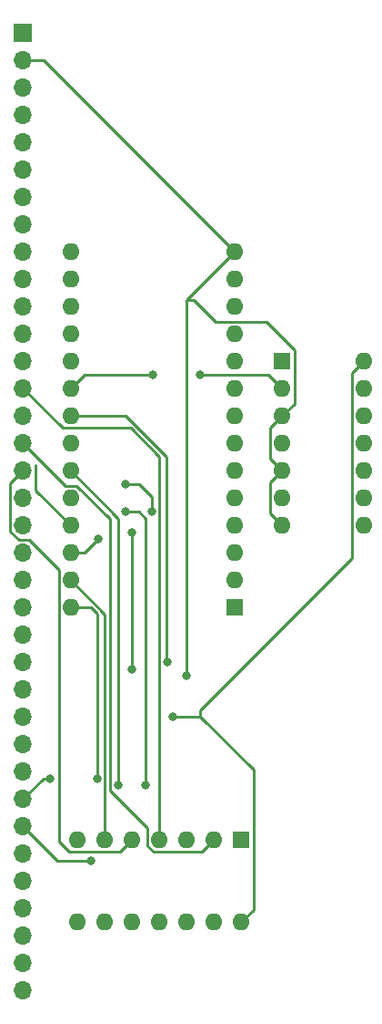
<source format=gbr>
%TF.GenerationSoftware,KiCad,Pcbnew,5.1.6-c6e7f7d~86~ubuntu18.04.1*%
%TF.CreationDate,2020-06-26T23:18:16+01:00*%
%TF.ProjectId,32KRAM_Higher_Rev1,33324b52-414d-45f4-9869-676865725f52,rev?*%
%TF.SameCoordinates,Original*%
%TF.FileFunction,Copper,L2,Bot*%
%TF.FilePolarity,Positive*%
%FSLAX46Y46*%
G04 Gerber Fmt 4.6, Leading zero omitted, Abs format (unit mm)*
G04 Created by KiCad (PCBNEW 5.1.6-c6e7f7d~86~ubuntu18.04.1) date 2020-06-26 23:18:16*
%MOMM*%
%LPD*%
G01*
G04 APERTURE LIST*
%TA.AperFunction,ComponentPad*%
%ADD10O,1.700000X1.700000*%
%TD*%
%TA.AperFunction,ComponentPad*%
%ADD11R,1.700000X1.700000*%
%TD*%
%TA.AperFunction,ComponentPad*%
%ADD12O,1.600000X1.600000*%
%TD*%
%TA.AperFunction,ComponentPad*%
%ADD13R,1.600000X1.600000*%
%TD*%
%TA.AperFunction,ViaPad*%
%ADD14C,0.800000*%
%TD*%
%TA.AperFunction,Conductor*%
%ADD15C,0.250000*%
%TD*%
G04 APERTURE END LIST*
D10*
%TO.P,J1,36*%
%TO.N,Net-(J1-Pad35)*%
X59055000Y-160655000D03*
%TO.P,J1,35*%
X59055000Y-158115000D03*
%TO.P,J1,34*%
%TO.N,A15*%
X59055000Y-155575000D03*
%TO.P,J1,33*%
%TO.N,Net-(J1-Pad33)*%
X59055000Y-153035000D03*
%TO.P,J1,32*%
%TO.N,Net-(J1-Pad32)*%
X59055000Y-150495000D03*
%TO.P,J1,31*%
%TO.N,Net-(J1-Pad31)*%
X59055000Y-147955000D03*
%TO.P,J1,30*%
%TO.N,Net-(J1-Pad30)*%
X59055000Y-145415000D03*
%TO.P,J1,29*%
%TO.N,Net-(J1-Pad29)*%
X59055000Y-142875000D03*
%TO.P,J1,28*%
%TO.N,Net-(J1-Pad28)*%
X59055000Y-140335000D03*
%TO.P,J1,27*%
%TO.N,Net-(J1-Pad27)*%
X59055000Y-137795000D03*
%TO.P,J1,26*%
%TO.N,Net-(J1-Pad26)*%
X59055000Y-135255000D03*
%TO.P,J1,25*%
%TO.N,Net-(J1-Pad25)*%
X59055000Y-132715000D03*
%TO.P,J1,24*%
%TO.N,Net-(J1-Pad24)*%
X59055000Y-130175000D03*
%TO.P,J1,23*%
%TO.N,Net-(J1-Pad23)*%
X59055000Y-127635000D03*
%TO.P,J1,22*%
%TO.N,Net-(J1-Pad22)*%
X59055000Y-125095000D03*
%TO.P,J1,21*%
%TO.N,Net-(J1-Pad21)*%
X59055000Y-122555000D03*
%TO.P,J1,20*%
%TO.N,Net-(J1-Pad20)*%
X59055000Y-120015000D03*
%TO.P,J1,19*%
%TO.N,Net-(J1-Pad19)*%
X59055000Y-117475000D03*
%TO.P,J1,18*%
%TO.N,Net-(J1-Pad18)*%
X59055000Y-114935000D03*
%TO.P,J1,17*%
%TO.N,WR*%
X59055000Y-112395000D03*
%TO.P,J1,16*%
%TO.N,RD*%
X59055000Y-109855000D03*
%TO.P,J1,15*%
%TO.N,Net-(J1-Pad15)*%
X59055000Y-107315000D03*
%TO.P,J1,14*%
%TO.N,MREQ*%
X59055000Y-104775000D03*
%TO.P,J1,13*%
%TO.N,Net-(J1-Pad13)*%
X59055000Y-102235000D03*
%TO.P,J1,12*%
%TO.N,Net-(J1-Pad12)*%
X59055000Y-99695000D03*
%TO.P,J1,11*%
%TO.N,Net-(J1-Pad11)*%
X59055000Y-97155000D03*
%TO.P,J1,10*%
%TO.N,Net-(J1-Pad10)*%
X59055000Y-94615000D03*
%TO.P,J1,9*%
%TO.N,Net-(J1-Pad9)*%
X59055000Y-92075000D03*
%TO.P,J1,8*%
%TO.N,Net-(J1-Pad8)*%
X59055000Y-89535000D03*
%TO.P,J1,7*%
%TO.N,Net-(J1-Pad7)*%
X59055000Y-86995000D03*
%TO.P,J1,6*%
%TO.N,Net-(J1-Pad6)*%
X59055000Y-84455000D03*
%TO.P,J1,5*%
%TO.N,Net-(J1-Pad5)*%
X59055000Y-81915000D03*
%TO.P,J1,4*%
%TO.N,Net-(J1-Pad4)*%
X59055000Y-79375000D03*
%TO.P,J1,3*%
%TO.N,Net-(J1-Pad3)*%
X59055000Y-76835000D03*
%TO.P,J1,2*%
%TO.N,GND*%
X59055000Y-74295000D03*
D11*
%TO.P,J1,1*%
%TO.N,+5V*%
X59055000Y-71755000D03*
%TD*%
D12*
%TO.P,U3,14*%
%TO.N,+5V*%
X90805000Y-102235000D03*
%TO.P,U3,7*%
%TO.N,GND*%
X83185000Y-117475000D03*
%TO.P,U3,13*%
X90805000Y-104775000D03*
%TO.P,U3,6*%
%TO.N,Net-(U3-Pad6)*%
X83185000Y-114935000D03*
%TO.P,U3,12*%
%TO.N,Net-(U3-Pad12)*%
X90805000Y-107315000D03*
%TO.P,U3,5*%
%TO.N,GND*%
X83185000Y-112395000D03*
%TO.P,U3,11*%
X90805000Y-109855000D03*
%TO.P,U3,4*%
%TO.N,Net-(U3-Pad4)*%
X83185000Y-109855000D03*
%TO.P,U3,10*%
%TO.N,Net-(U3-Pad10)*%
X90805000Y-112395000D03*
%TO.P,U3,3*%
%TO.N,GND*%
X83185000Y-107315000D03*
%TO.P,U3,9*%
X90805000Y-114935000D03*
%TO.P,U3,2*%
%TO.N,CE*%
X83185000Y-104775000D03*
%TO.P,U3,8*%
%TO.N,Net-(U3-Pad8)*%
X90805000Y-117475000D03*
D13*
%TO.P,U3,1*%
%TO.N,A15*%
X83185000Y-102235000D03*
%TD*%
D12*
%TO.P,U2,28*%
%TO.N,+5V*%
X63500000Y-125095000D03*
%TO.P,U2,14*%
%TO.N,GND*%
X78740000Y-92075000D03*
%TO.P,U2,27*%
%TO.N,WE*%
X63500000Y-122555000D03*
%TO.P,U2,13*%
%TO.N,Net-(J1-Pad8)*%
X78740000Y-94615000D03*
%TO.P,U2,26*%
%TO.N,Net-(J1-Pad32)*%
X63500000Y-120015000D03*
%TO.P,U2,12*%
%TO.N,Net-(J1-Pad7)*%
X78740000Y-97155000D03*
%TO.P,U2,25*%
%TO.N,Net-(J1-Pad27)*%
X63500000Y-117475000D03*
%TO.P,U2,11*%
%TO.N,Net-(J1-Pad6)*%
X78740000Y-99695000D03*
%TO.P,U2,24*%
%TO.N,Net-(J1-Pad28)*%
X63500000Y-114935000D03*
%TO.P,U2,10*%
%TO.N,Net-(J1-Pad19)*%
X78740000Y-102235000D03*
%TO.P,U2,23*%
%TO.N,Net-(J1-Pad30)*%
X63500000Y-112395000D03*
%TO.P,U2,9*%
%TO.N,Net-(J1-Pad20)*%
X78740000Y-104775000D03*
%TO.P,U2,22*%
%TO.N,OE*%
X63500000Y-109855000D03*
%TO.P,U2,8*%
%TO.N,Net-(J1-Pad21)*%
X78740000Y-107315000D03*
%TO.P,U2,21*%
%TO.N,Net-(J1-Pad29)*%
X63500000Y-107315000D03*
%TO.P,U2,7*%
%TO.N,Net-(J1-Pad22)*%
X78740000Y-109855000D03*
%TO.P,U2,20*%
%TO.N,CE*%
X63500000Y-104775000D03*
%TO.P,U2,6*%
%TO.N,Net-(J1-Pad23)*%
X78740000Y-112395000D03*
%TO.P,U2,19*%
%TO.N,Net-(J1-Pad13)*%
X63500000Y-102235000D03*
%TO.P,U2,5*%
%TO.N,Net-(J1-Pad24)*%
X78740000Y-114935000D03*
%TO.P,U2,18*%
%TO.N,Net-(J1-Pad12)*%
X63500000Y-99695000D03*
%TO.P,U2,4*%
%TO.N,Net-(J1-Pad25)*%
X78740000Y-117475000D03*
%TO.P,U2,17*%
%TO.N,Net-(J1-Pad11)*%
X63500000Y-97155000D03*
%TO.P,U2,3*%
%TO.N,Net-(J1-Pad26)*%
X78740000Y-120015000D03*
%TO.P,U2,16*%
%TO.N,Net-(J1-Pad10)*%
X63500000Y-94615000D03*
%TO.P,U2,2*%
%TO.N,Net-(J1-Pad31)*%
X78740000Y-122555000D03*
%TO.P,U2,15*%
%TO.N,Net-(J1-Pad9)*%
X63500000Y-92075000D03*
D13*
%TO.P,U2,1*%
%TO.N,Net-(J1-Pad33)*%
X78740000Y-125095000D03*
%TD*%
D12*
%TO.P,U1,14*%
%TO.N,+5V*%
X79375000Y-154305000D03*
%TO.P,U1,7*%
%TO.N,GND*%
X64135000Y-146685000D03*
%TO.P,U1,13*%
X76835000Y-154305000D03*
%TO.P,U1,6*%
%TO.N,WE*%
X66675000Y-146685000D03*
%TO.P,U1,12*%
%TO.N,GND*%
X74295000Y-154305000D03*
%TO.P,U1,5*%
%TO.N,WR*%
X69215000Y-146685000D03*
%TO.P,U1,11*%
%TO.N,Net-(U1-Pad11)*%
X71755000Y-154305000D03*
%TO.P,U1,4*%
%TO.N,MREQ*%
X71755000Y-146685000D03*
%TO.P,U1,10*%
%TO.N,GND*%
X69215000Y-154305000D03*
%TO.P,U1,3*%
%TO.N,OE*%
X74295000Y-146685000D03*
%TO.P,U1,9*%
%TO.N,GND*%
X66675000Y-154305000D03*
%TO.P,U1,2*%
%TO.N,RD*%
X76835000Y-146685000D03*
%TO.P,U1,8*%
%TO.N,Net-(U1-Pad8)*%
X64135000Y-154305000D03*
D13*
%TO.P,U1,1*%
%TO.N,MREQ*%
X79375000Y-146685000D03*
%TD*%
D14*
%TO.N,Net-(J1-Pad32)*%
X66040000Y-118745000D03*
X68580000Y-116205000D03*
X70485000Y-141605000D03*
%TO.N,Net-(J1-Pad30)*%
X67945000Y-141605000D03*
X65405000Y-148590000D03*
%TO.N,Net-(J1-Pad29)*%
X72480000Y-130175000D03*
X61595000Y-140970000D03*
%TO.N,Net-(J1-Pad27)*%
X69215000Y-130810000D03*
X69215000Y-118110000D03*
X71030000Y-116205000D03*
X68580000Y-113665000D03*
%TO.N,GND*%
X74295000Y-131445000D03*
%TO.N,+5V*%
X65950000Y-140970000D03*
X73025000Y-135255000D03*
%TO.N,CE*%
X75565000Y-103505000D03*
X71120000Y-103505000D03*
%TD*%
D15*
%TO.N,Net-(J1-Pad32)*%
X63500000Y-120015000D02*
X64770000Y-120015000D01*
X64770000Y-120015000D02*
X66040000Y-118745000D01*
X68580000Y-116205000D02*
X69850000Y-116205000D01*
X69850000Y-116205000D02*
X70485000Y-116840000D01*
X70485000Y-116840000D02*
X70485000Y-141605000D01*
%TO.N,Net-(J1-Pad30)*%
X63500000Y-112395000D02*
X67945000Y-116840000D01*
X67945000Y-116840000D02*
X67945000Y-141605000D01*
X62230000Y-148590000D02*
X59055000Y-145415000D01*
X65405000Y-148590000D02*
X62230000Y-148590000D01*
%TO.N,Net-(J1-Pad29)*%
X68581410Y-107315000D02*
X72390000Y-111123590D01*
X63500000Y-107315000D02*
X68581410Y-107315000D01*
X72390000Y-111123590D02*
X72390000Y-130085000D01*
X72390000Y-130085000D02*
X72480000Y-130175000D01*
X60960000Y-140970000D02*
X59055000Y-142875000D01*
X61595000Y-140970000D02*
X60960000Y-140970000D01*
%TO.N,Net-(J1-Pad27)*%
X60230001Y-114205001D02*
X60230001Y-111830999D01*
X63500000Y-117475000D02*
X60230001Y-114205001D01*
X69215000Y-130810000D02*
X69215000Y-118110000D01*
X71030000Y-116205000D02*
X71030000Y-114845000D01*
X71030000Y-114845000D02*
X69850000Y-113665000D01*
X69850000Y-113665000D02*
X68580000Y-113665000D01*
%TO.N,WR*%
X62374999Y-121595997D02*
X62374999Y-146829999D01*
X59619001Y-118839999D02*
X62374999Y-121595997D01*
X57879999Y-118039001D02*
X58680997Y-118839999D01*
X58680997Y-118839999D02*
X59619001Y-118839999D01*
X59055000Y-112395000D02*
X57879999Y-113570001D01*
X57879999Y-113570001D02*
X57879999Y-118039001D01*
X68089999Y-147810001D02*
X69215000Y-146685000D01*
X63355001Y-147810001D02*
X68089999Y-147810001D01*
X62374999Y-146829999D02*
X63355001Y-147810001D01*
%TO.N,RD*%
X75709999Y-147810001D02*
X76835000Y-146685000D01*
X71214999Y-147810001D02*
X75709999Y-147810001D01*
X70629999Y-147225001D02*
X71214999Y-147810001D01*
X63009999Y-113809999D02*
X64040001Y-113809999D01*
X59055000Y-109855000D02*
X63009999Y-113809999D01*
X70629999Y-147225001D02*
X70629999Y-145559999D01*
X67125010Y-116895008D02*
X64040001Y-113809999D01*
X67125010Y-142055010D02*
X67125010Y-116895008D01*
X70629999Y-145559999D02*
X67125010Y-142055010D01*
%TO.N,MREQ*%
X62720001Y-108440001D02*
X69070001Y-108440001D01*
X59055000Y-104775000D02*
X62720001Y-108440001D01*
X71755000Y-111125000D02*
X71755000Y-146685000D01*
X69070001Y-108440001D02*
X71755000Y-111125000D01*
%TO.N,GND*%
X74295000Y-131445000D02*
X74295000Y-96520000D01*
X74295000Y-96520000D02*
X78740000Y-92075000D01*
X60960000Y-74295000D02*
X78740000Y-92075000D01*
X59055000Y-74295000D02*
X60960000Y-74295000D01*
X76979999Y-98569999D02*
X81705001Y-98569999D01*
X84310001Y-106189999D02*
X83185000Y-107315000D01*
X84310001Y-101174999D02*
X84310001Y-106189999D01*
X81705001Y-98569999D02*
X84310001Y-101174999D01*
X74930000Y-96520000D02*
X76979999Y-98569999D01*
X74295000Y-96520000D02*
X74930000Y-96520000D01*
X82059999Y-111269999D02*
X83185000Y-112395000D01*
X82059999Y-108440001D02*
X82059999Y-111269999D01*
X83185000Y-107315000D02*
X82059999Y-108440001D01*
X82059999Y-116349999D02*
X83185000Y-117475000D01*
X82059999Y-113520001D02*
X82059999Y-116349999D01*
X83185000Y-112395000D02*
X82059999Y-113520001D01*
%TO.N,+5V*%
X63500000Y-125095000D02*
X65403590Y-125095000D01*
X65403590Y-125095000D02*
X65950000Y-125641410D01*
X65950000Y-125641410D02*
X65950000Y-140970000D01*
X73025000Y-135255000D02*
X75565000Y-135255000D01*
X75565000Y-135255000D02*
X75565000Y-134620000D01*
X89679999Y-103360001D02*
X90805000Y-102235000D01*
X89679999Y-120505001D02*
X89679999Y-103360001D01*
X75565000Y-134620000D02*
X89679999Y-120505001D01*
X80500001Y-153179999D02*
X80500001Y-140190001D01*
X79375000Y-154305000D02*
X80500001Y-153179999D01*
X80500001Y-140190001D02*
X75565000Y-135255000D01*
%TO.N,WE*%
X66675000Y-125730000D02*
X63500000Y-122555000D01*
X66675000Y-146685000D02*
X66675000Y-125730000D01*
%TO.N,CE*%
X83185000Y-104775000D02*
X81915000Y-103505000D01*
X81915000Y-103505000D02*
X75565000Y-103505000D01*
X64770000Y-103505000D02*
X63500000Y-104775000D01*
X71120000Y-103505000D02*
X64770000Y-103505000D01*
%TD*%
M02*

</source>
